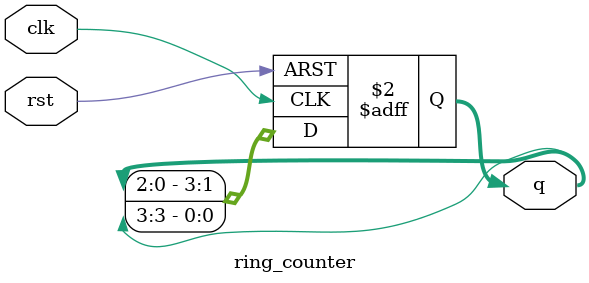
<source format=v>
`timescale 1ns / 1ps


module ring_counter(
input clk,rst,
output reg [3:0]q);
always @(posedge clk or posedge rst)
begin
if(rst)
q<=4'b1000;
else
begin
q[3]<=q[2];
q[2]<=q[1];
q[1]<=q[0];
q[0]<=q[3];
end
end
endmodule

</source>
